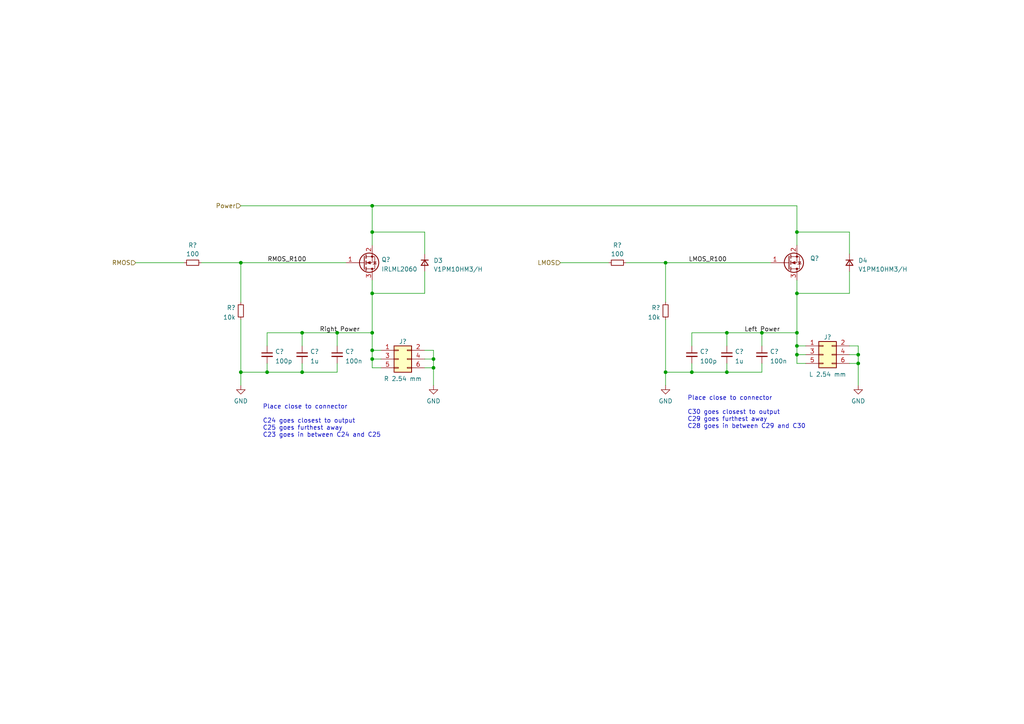
<source format=kicad_sch>
(kicad_sch (version 20230121) (generator eeschema)
  (paper "A4")
  (title_block (title "Output Control") (date "2023-03-17") (rev "1") (company "Cuprum77"))
  (lib_symbols
    (symbol "Connector_Generic:Conn_02x03_Odd_Even" (pin_names (offset 1.016) hide)
      (property "Reference" "J" (at 1.27 5.08 0))
      (property "Value" "Conn_02x03_Odd_Even" (at 1.27 -5.08 0))
      (symbol "Conn_02x03_Odd_Even_1_1"
        (rectangle (start -1.27 -2.413) (end 0 -2.667) (stroke (width 0.1524)))
        (rectangle (start -1.27 0.127) (end 0 -0.127) (stroke (width 0.1524)))
        (rectangle (start -1.27 2.667) (end 0 2.413) (stroke (width 0.1524)))
        (rectangle (start -1.27 3.81) (end 3.81 -3.81) (stroke (width 0.254)) (fill (type background)))
        (rectangle (start 3.81 -2.413) (end 2.54 -2.667) (stroke (width 0.1524)))
        (rectangle (start 3.81 0.127) (end 2.54 -0.127) (stroke (width 0.1524)))
        (rectangle (start 3.81 2.667) (end 2.54 2.413) (stroke (width 0.1524)))
        (pin passive line (at -5.08 2.54 0) (length 3.81) (name "Pin_1") (number "1"))
        (pin passive line (at 7.62 2.54 180) (length 3.81) (name "Pin_2") (number "2"))
        (pin passive line (at -5.08 0 0) (length 3.81) (name "Pin_3") (number "3"))
        (pin passive line (at 7.62 0 180) (length 3.81) (name "Pin_4") (number "4"))
        (pin passive line (at -5.08 -2.54 0) (length 3.81) (name "Pin_5") (number "5"))
        (pin passive line (at 7.62 -2.54 180) (length 3.81) (name "Pin_6") (number "6"))
      )
    )
    (symbol "Device:C_Small" (pin_numbers hide) (pin_names (offset 0.254) hide)
      (property "Reference" "C" (at 0.254 1.778 0))
      (property "Value" "C_Small" (at 0.254 -2.032 0))
      (symbol "C_Small_0_1"
        (polyline (pts (xy -1.524 -0.508) (xy 1.524 -0.508)) (stroke (width 0.3302)))
        (polyline (pts (xy -1.524 0.508) (xy 1.524 0.508)) (stroke (width 0.3048)))
      )
      (symbol "C_Small_1_1"
        (pin passive line (at 0 2.54 270) (length 2.032) (name "~") (number "1"))
        (pin passive line (at 0 -2.54 90) (length 2.032) (name "~") (number "2"))
      )
    )
    (symbol "Device:D_Small" (pin_numbers hide) (pin_names (offset 0.254) hide)
      (property "Reference" "D" (at -1.27 2.032 0))
      (property "Value" "D_Small" (at -3.81 -2.032 0))
      (symbol "D_Small_0_1"
        (polyline (pts (xy -0.762 -1.016) (xy -0.762 1.016)) (stroke (width 0.254)))
        (polyline (pts (xy -0.762 0) (xy 0.762 0)))
        (polyline (pts (xy 0.762 -1.016) (xy -0.762 0) (xy 0.762 1.016) (xy 0.762 -1.016)) (stroke (width 0.254)))
      )
      (symbol "D_Small_1_1"
        (pin passive line (at -2.54 0 0) (length 1.778) (name "K") (number "1"))
        (pin passive line (at 2.54 0 180) (length 1.778) (name "A") (number "2"))
      )
    )
    (symbol "Device:R_Small" (pin_numbers hide) (pin_names (offset 0.254) hide)
      (property "Reference" "R" (at 0.762 0.508 0))
      (property "Value" "R_Small" (at 0.762 -1.016 0))
      (symbol "R_Small_0_1"
        (rectangle (start -0.762 1.778) (end 0.762 -1.778) (stroke (width 0.2032)))
      )
      (symbol "R_Small_1_1"
        (pin passive line (at 0 2.54 270) (length 0.762) (name "~") (number "1"))
        (pin passive line (at 0 -2.54 90) (length 0.762) (name "~") (number "2"))
      )
    )
    (symbol "Transistor_FET:IRLML2060" (pin_names hide)
      (property "Reference" "Q" (at 5.08 1.905 0))
      (property "Value" "IRLML2060" (at 5.08 0 0))
      (symbol "IRLML2060_0_1"
        (polyline (pts (xy 0.254 0) (xy -2.54 0)))
        (polyline (pts (xy 0.254 1.905) (xy 0.254 -1.905)) (stroke (width 0.254)))
        (polyline (pts (xy 0.762 -1.27) (xy 0.762 -2.286)) (stroke (width 0.254)))
        (polyline (pts (xy 0.762 0.508) (xy 0.762 -0.508)) (stroke (width 0.254)))
        (polyline (pts (xy 0.762 2.286) (xy 0.762 1.27)) (stroke (width 0.254)))
        (polyline (pts (xy 2.54 2.54) (xy 2.54 1.778)))
        (polyline (pts (xy 2.54 -2.54) (xy 2.54 0) (xy 0.762 0)))
        (polyline (pts (xy 0.762 -1.778) (xy 3.302 -1.778) (xy 3.302 1.778) (xy 0.762 1.778)))
        (polyline (pts (xy 1.016 0) (xy 2.032 0.381) (xy 2.032 -0.381) (xy 1.016 0)) (fill (type outline)))
        (polyline (pts (xy 2.794 0.508) (xy 2.921 0.381) (xy 3.683 0.381) (xy 3.81 0.254)))
        (polyline (pts (xy 3.302 0.381) (xy 2.921 -0.254) (xy 3.683 -0.254) (xy 3.302 0.381)))
        (circle (center 1.651 0) (radius 2.794) (stroke (width 0.254)))
        (circle (center 2.54 -1.778) (radius 0.254) (fill (type outline)))
        (circle (center 2.54 1.778) (radius 0.254) (fill (type outline)))
      )
      (symbol "IRLML2060_1_1"
        (pin input line (at -5.08 0 0) (length 2.54) (name "G") (number "1"))
        (pin passive line (at 2.54 -5.08 90) (length 2.54) (name "S") (number "2"))
        (pin passive line (at 2.54 5.08 270) (length 2.54) (name "D") (number "3"))
      )
    )
    (symbol "power:GND" (power) (pin_names (offset 0))
      (property "Value" "GND" (at 0 -3.81 0))
      (symbol "GND_0_1"
        (polyline (pts (xy 0 0) (xy 0 -1.27) (xy 1.27 -1.27) (xy 0 -2.54) (xy -1.27 -1.27) (xy 0 -1.27)))
      )
      (symbol "GND_1_1"
        (pin power_in line (at 0 0 270) (length 0) hide (name "GND") (number "1"))
      )
    )
  )
  (junction (at 69.85 76.2))
  (junction (at 77.47 107.95))
  (junction (at 231.14 102.87))
  (junction (at 193.04 107.95))
  (junction (at 193.04 76.2))
  (junction (at 87.63 96.52))
  (junction (at 107.95 104.14))
  (junction (at 87.63 107.95))
  (junction (at 107.95 67.31))
  (junction (at 69.85 107.95))
  (junction (at 231.14 67.31))
  (junction (at 107.95 101.6))
  (junction (at 107.95 85.09))
  (junction (at 97.79 96.52))
  (junction (at 220.98 96.52))
  (junction (at 248.92 102.87))
  (junction (at 107.95 59.69))
  (junction (at 210.82 96.52))
  (junction (at 200.66 107.95))
  (junction (at 231.14 96.52))
  (junction (at 125.73 104.14))
  (junction (at 231.14 85.09))
  (junction (at 210.82 107.95))
  (junction (at 231.14 100.33))
  (junction (at 107.95 96.52))
  (junction (at 125.73 106.68))
  (junction (at 248.92 105.41))
  (wire (pts (xy 193.04 76.2) (xy 181.61 76.2)))
  (wire (pts (xy 193.04 107.95) (xy 200.66 107.95)))
  (wire (pts (xy 87.63 100.33) (xy 87.63 96.52)))
  (wire (pts (xy 125.73 111.76) (xy 125.73 106.68)))
  (wire (pts (xy 77.47 107.95) (xy 77.47 105.41)))
  (wire (pts (xy 123.19 101.6) (xy 125.73 101.6)))
  (wire (pts (xy 123.19 104.14) (xy 125.73 104.14)))
  (wire (pts (xy 231.14 102.87) (xy 233.68 102.87)))
  (wire (pts (xy 107.95 59.69) (xy 231.14 59.69)))
  (wire (pts (xy 210.82 105.41) (xy 210.82 107.95)))
  (wire (pts (xy 53.34 76.2) (xy 39.37 76.2)))
  (wire (pts (xy 110.49 106.68) (xy 107.95 106.68)))
  (wire (pts (xy 125.73 106.68) (xy 125.73 104.14)))
  (wire (pts (xy 107.95 85.09) (xy 107.95 96.52)))
  (wire (pts (xy 69.85 59.69) (xy 107.95 59.69)))
  (wire (pts (xy 107.95 104.14) (xy 107.95 101.6)))
  (wire (pts (xy 107.95 96.52) (xy 107.95 101.6)))
  (wire (pts (xy 246.38 100.33) (xy 248.92 100.33)))
  (wire (pts (xy 107.95 81.28) (xy 107.95 85.09)))
  (wire (pts (xy 107.95 59.69) (xy 107.95 67.31)))
  (wire (pts (xy 123.19 106.68) (xy 125.73 106.68)))
  (wire (pts (xy 231.14 85.09) (xy 231.14 96.52)))
  (wire (pts (xy 77.47 107.95) (xy 87.63 107.95)))
  (wire (pts (xy 107.95 101.6) (xy 110.49 101.6)))
  (wire (pts (xy 220.98 105.41) (xy 220.98 107.95)))
  (wire (pts (xy 210.82 100.33) (xy 210.82 96.52)))
  (wire (pts (xy 231.14 81.28) (xy 231.14 85.09)))
  (wire (pts (xy 231.14 100.33) (xy 231.14 102.87)))
  (wire (pts (xy 69.85 111.76) (xy 69.85 107.95)))
  (wire (pts (xy 220.98 96.52) (xy 231.14 96.52)))
  (wire (pts (xy 123.19 67.31) (xy 107.95 67.31)))
  (wire (pts (xy 200.66 100.33) (xy 200.66 96.52)))
  (wire (pts (xy 193.04 92.71) (xy 193.04 107.95)))
  (wire (pts (xy 69.85 76.2) (xy 69.85 87.63)))
  (wire (pts (xy 220.98 100.33) (xy 220.98 96.52)))
  (wire (pts (xy 248.92 102.87) (xy 248.92 100.33)))
  (wire (pts (xy 246.38 78.74) (xy 246.38 85.09)))
  (wire (pts (xy 246.38 85.09) (xy 231.14 85.09)))
  (wire (pts (xy 97.79 100.33) (xy 97.79 96.52)))
  (wire (pts (xy 231.14 96.52) (xy 231.14 100.33)))
  (wire (pts (xy 69.85 76.2) (xy 100.33 76.2)))
  (wire (pts (xy 97.79 96.52) (xy 107.95 96.52)))
  (wire (pts (xy 87.63 107.95) (xy 97.79 107.95)))
  (wire (pts (xy 248.92 111.76) (xy 248.92 105.41)))
  (wire (pts (xy 123.19 85.09) (xy 107.95 85.09)))
  (wire (pts (xy 87.63 105.41) (xy 87.63 107.95)))
  (wire (pts (xy 200.66 107.95) (xy 200.66 105.41)))
  (wire (pts (xy 248.92 105.41) (xy 248.92 102.87)))
  (wire (pts (xy 107.95 104.14) (xy 107.95 106.68)))
  (wire (pts (xy 231.14 102.87) (xy 231.14 105.41)))
  (wire (pts (xy 200.66 96.52) (xy 210.82 96.52)))
  (wire (pts (xy 77.47 96.52) (xy 87.63 96.52)))
  (wire (pts (xy 69.85 76.2) (xy 58.42 76.2)))
  (wire (pts (xy 107.95 67.31) (xy 107.95 71.12)))
  (wire (pts (xy 123.19 78.74) (xy 123.19 85.09)))
  (wire (pts (xy 193.04 111.76) (xy 193.04 107.95)))
  (wire (pts (xy 193.04 76.2) (xy 193.04 87.63)))
  (wire (pts (xy 210.82 107.95) (xy 220.98 107.95)))
  (wire (pts (xy 69.85 107.95) (xy 77.47 107.95)))
  (wire (pts (xy 69.85 92.71) (xy 69.85 107.95)))
  (wire (pts (xy 231.14 59.69) (xy 231.14 67.31)))
  (wire (pts (xy 125.73 104.14) (xy 125.73 101.6)))
  (wire (pts (xy 246.38 73.66) (xy 246.38 67.31)))
  (wire (pts (xy 176.53 76.2) (xy 162.56 76.2)))
  (wire (pts (xy 123.19 73.66) (xy 123.19 67.31)))
  (wire (pts (xy 200.66 107.95) (xy 210.82 107.95)))
  (wire (pts (xy 231.14 100.33) (xy 233.68 100.33)))
  (wire (pts (xy 193.04 76.2) (xy 223.52 76.2)))
  (wire (pts (xy 246.38 102.87) (xy 248.92 102.87)))
  (wire (pts (xy 246.38 105.41) (xy 248.92 105.41)))
  (wire (pts (xy 233.68 105.41) (xy 231.14 105.41)))
  (wire (pts (xy 77.47 100.33) (xy 77.47 96.52)))
  (wire (pts (xy 87.63 96.52) (xy 97.79 96.52)))
  (wire (pts (xy 231.14 67.31) (xy 231.14 71.12)))
  (wire (pts (xy 246.38 67.31) (xy 231.14 67.31)))
  (wire (pts (xy 107.95 104.14) (xy 110.49 104.14)))
  (wire (pts (xy 97.79 105.41) (xy 97.79 107.95)))
  (wire (pts (xy 210.82 96.52) (xy 220.98 96.52)))
  (text "Place close to connector\n\nC30 goes closest to output\nC29 goes furthest away\nC28 goes in between C29 and C30" (at 199.39 124.46 0) (effects (font (size 1.27 1.27)) (justify left bottom)))
  (text "Place close to connector\n\nC24 goes closest to output\nC25 goes furthest away\nC23 goes in between C24 and C25" (at 76.2 127 0) (effects (font (size 1.27 1.27)) (justify left bottom)))
  (label "Right Power" (at 92.71 96.52 0))
  (label "LMOS_R100" (at 210.82 76.2 180))
  (label "Left Power" (at 215.9 96.52 0))
  (label "RMOS_R100" (at 88.9 76.2 180))
  (hierarchical_label "RMOS" (shape input) (at 39.37 76.2 180))
  (hierarchical_label "Power" (shape input) (at 69.85 59.69 180))
  (hierarchical_label "LMOS" (shape input) (at 162.56 76.2 180))
  (symbol (lib_id "Device:D_Small") (at 123.19 76.2 270) (unit 1)
    (property "Reference" "D3" (at 125.73 75.565 90) (effects (justify left)))
    (property "Value" "V1PM10HM3/H\n" (at 125.73 78.105 90) (effects (justify left)))
    (property "Footprint" "KiCAD Library:V1PM10HM3H" (effects hide))
    (property "Sim.Device" "D" (effects hide))
    (property "Sim.Pins" "1=K 2=A" (effects hide))
  )
  (symbol (lib_id "Device:C_Small") (at 200.66 102.87 0) (unit 1)
    (property "Reference" "C?" (at 202.9841 101.9678 0) (effects (justify left)))
    (property "Value" "100p" (at 202.9841 104.7429 0) (effects (justify left)))
    (property "Footprint" "KiCAD Library:C_0603_1608Metric" (effects hide))
    (instances (project "USB-PD" (path "" (reference "C?") (unit 1)) (path "" (reference "C30") (unit 1))))
  )
  (symbol (lib_id "Device:C_Small") (at 77.47 102.87 0) (unit 1)
    (property "Reference" "C?" (at 79.7941 101.9678 0) (effects (justify left)))
    (property "Value" "100p" (at 79.7941 104.7429 0) (effects (justify left)))
    (property "Footprint" "KiCAD Library:C_0603_1608Metric" (effects hide))
    (instances (project "USB-PD" (path "" (reference "C?") (unit 1)) (path "" (reference "C25") (unit 1))))
  )
  (symbol (lib_id "Device:D_Small") (at 246.38 76.2 270) (unit 1)
    (property "Reference" "D4" (at 248.92 75.565 90) (effects (justify left)))
    (property "Value" "V1PM10HM3/H\n" (at 248.92 78.105 90) (effects (justify left)))
    (property "Footprint" "KiCAD Library:V1PM10HM3H" (effects hide))
    (property "Sim.Device" "D" (effects hide))
    (property "Sim.Pins" "1=K 2=A" (effects hide))
  )
  (symbol (lib_id "Device:R_Small") (at 193.04 90.17 0) (mirror y) (unit 1)
    (property "Reference" "R?" (at 191.5414 89.2615 0) (effects (justify left)))
    (property "Value" "10k" (at 191.5414 92.0366 0) (effects (justify left)))
    (property "Footprint" "Cuprum:R_0603_1608Metric" (effects hide))
    (instances (project "USB-PD" (path "" (reference "R?") (unit 1)) (path "" (reference "R8") (unit 1))))
  )
  (symbol (lib_id "Device:R_Small") (at 69.85 90.17 0) (mirror y) (unit 1)
    (property "Reference" "R?" (at 68.3514 89.2615 0) (effects (justify left)))
    (property "Value" "10k" (at 68.3514 92.0366 0) (effects (justify left)))
    (property "Footprint" "Cuprum:R_0603_1608Metric" (effects hide))
    (instances (project "USB-PD" (path "" (reference "R?") (unit 1)) (path "" (reference "R6") (unit 1))))
  )
  (symbol (lib_id "Device:C_Small") (at 220.98 102.87 0) (unit 1)
    (property "Reference" "C?" (at 223.3041 101.9678 0) (effects (justify left)))
    (property "Value" "100n" (at 223.3041 104.7429 0) (effects (justify left)))
    (property "Footprint" "KiCAD Library:C_0603_1608Metric" (effects hide))
    (instances (project "USB-PD" (path "" (reference "C?") (unit 1)) (path "" (reference "C29") (unit 1))))
  )
  (symbol (lib_id "power:GND") (at 69.85 111.76 0) (unit 1)
    (property "Reference" "#PWR?" (effects hide))
    (property "Value" "GND" (at 69.85 116.3225 0))
    (instances (project "USB-PD" (path "" (reference "#PWR?") (unit 1)) (path "" (reference "#PWR027") (unit 1))))
  )
  (symbol (lib_id "power:GND") (at 248.92 111.76 0) (unit 1)
    (property "Reference" "#PWR?" (effects hide))
    (property "Value" "GND" (at 248.92 116.3225 0))
    (instances (project "USB-PD" (path "" (reference "#PWR?") (unit 1)) (path "" (reference "#PWR024") (unit 1))))
  )
  (symbol (lib_id "Transistor_FET:IRLML2060") (at 105.41 76.2 0) (mirror x) (unit 1)
    (property "Reference" "Q?" (at 110.6169 75.2915 0) (effects (justify left)))
    (property "Value" "IRLML2060" (at 110.6169 78.0666 0) (effects (justify left)))
    (property "Footprint" "Package_TO_SOT_SMD:SOT-23" (effects hide))
    (property "Datasheet" "https://www.infineon.com/dgdl/irlml2060pbf.pdf?fileId=5546d462533600a401535664b7fb25ee" (effects hide))
    (instances (project "USB-PD" (path "" (reference "Q?") (unit 1)) (path "" (reference "Q1") (unit 1))))
  )
  (symbol (lib_id "power:GND") (at 125.73 111.76 0) (unit 1)
    (property "Reference" "#PWR?" (effects hide))
    (property "Value" "GND" (at 125.73 116.3225 0))
    (instances (project "USB-PD" (path "" (reference "#PWR?") (unit 1)) (path "" (reference "#PWR017") (unit 1))))
  )
  (symbol (lib_id "Connector_Generic:Conn_02x03_Odd_Even") (at 238.76 102.87 0) (unit 1)
    (property "Reference" "J?" (at 240.03 97.79 0))
    (property "Value" "L 2.54 mm" (at 240.03 108.585 0))
    (property "Footprint" "KiCAD Library:PinHeader_2x03_P2.54mm_Vertical_Elongated" (effects hide))
    (instances (project "USB-PD" (path "" (reference "J?") (unit 1)) (path "" (reference "J3") (unit 1))))
  )
  (symbol (lib_id "Device:R_Small") (at 179.07 76.2 90) (mirror x) (unit 1)
    (property "Reference" "R?" (at 179.07 71.12 90))
    (property "Value" "100" (at 179.07 73.66 90))
    (property "Footprint" "Cuprum:R_0603_1608Metric" (effects hide))
    (instances (project "USB-PD" (path "" (reference "R?") (unit 1)) (path "" (reference "R19") (unit 1))))
  )
  (symbol (lib_id "Device:C_Small") (at 97.79 102.87 0) (unit 1)
    (property "Reference" "C?" (at 100.1141 101.9678 0) (effects (justify left)))
    (property "Value" "100n" (at 100.1141 104.7429 0) (effects (justify left)))
    (property "Footprint" "KiCAD Library:C_0603_1608Metric" (effects hide))
    (instances (project "USB-PD" (path "" (reference "C?") (unit 1)) (path "" (reference "C24") (unit 1))))
  )
  (symbol (lib_id "power:GND") (at 193.04 111.76 0) (unit 1)
    (property "Reference" "#PWR?" (effects hide))
    (property "Value" "GND" (at 193.04 116.3225 0))
    (instances (project "USB-PD" (path "" (reference "#PWR?") (unit 1)) (path "" (reference "#PWR019") (unit 1))))
  )
  (symbol (lib_id "Device:C_Small") (at 210.82 102.87 0) (unit 1)
    (property "Reference" "C?" (at 213.1441 101.9678 0) (effects (justify left)))
    (property "Value" "1u" (at 213.1441 104.7429 0) (effects (justify left)))
    (property "Footprint" "KiCAD Library:C_0603_1608Metric" (effects hide))
    (instances (project "USB-PD" (path "" (reference "C?") (unit 1)) (path "" (reference "C28") (unit 1))))
  )
  (symbol (lib_id "Device:C_Small") (at 87.63 102.87 0) (unit 1)
    (property "Reference" "C?" (at 89.9541 101.9678 0) (effects (justify left)))
    (property "Value" "1u" (at 89.9541 104.7429 0) (effects (justify left)))
    (property "Footprint" "KiCAD Library:C_0603_1608Metric" (effects hide))
    (instances (project "USB-PD" (path "" (reference "C?") (unit 1)) (path "" (reference "C23") (unit 1))))
  )
  (symbol (lib_id "Transistor_FET:IRLML2060") (at 228.6 76.2 0) (mirror x) (unit 1)
    (property "Reference" "Q?" (at 234.95 74.9299 0) (effects (justify left)))
    (property "Value" "IRLML2060" (effects hide))
    (property "Footprint" "Package_TO_SOT_SMD:SOT-23" (effects hide))
    (property "Datasheet" "https://www.infineon.com/dgdl/irlml2060pbf.pdf?fileId=5546d462533600a401535664b7fb25ee" (effects hide))
    (instances (project "USB-PD" (path "" (reference "Q?") (unit 1)) (path "" (reference "Q3") (unit 1))))
  )
  (symbol (lib_id "Connector_Generic:Conn_02x03_Odd_Even") (at 115.57 104.14 0) (unit 1)
    (property "Reference" "J?" (at 116.84 99.06 0))
    (property "Value" "R 2.54 mm" (at 116.84 109.855 0))
    (property "Footprint" "KiCAD Library:PinHeader_2x03_P2.54mm_Vertical_Elongated" (effects hide))
    (instances (project "USB-PD" (path "" (reference "J?") (unit 1)) (path "" (reference "J2") (unit 1))))
  )
  (symbol (lib_id "Device:R_Small") (at 55.88 76.2 90) (mirror x) (unit 1)
    (property "Reference" "R?" (at 55.88 71.12 90))
    (property "Value" "100" (at 55.88 73.66 90))
    (property "Footprint" "Cuprum:R_0603_1608Metric" (effects hide))
    (instances (project "USB-PD" (path "" (reference "R?") (unit 1)) (path "" (reference "R11") (unit 1))))
  )
)
</source>
